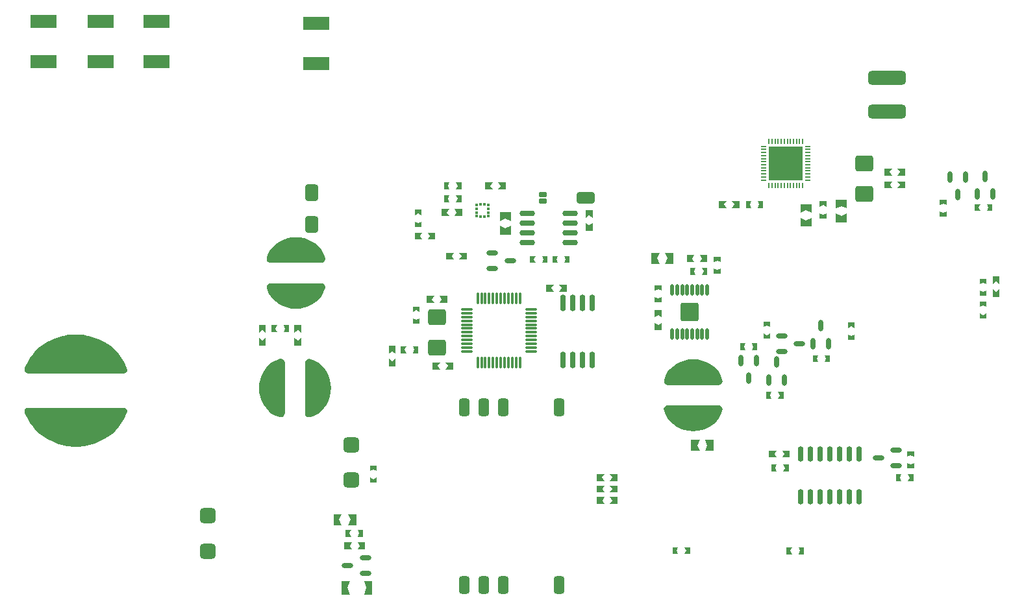
<source format=gtp>
G04*
G04 #@! TF.GenerationSoftware,Altium Limited,Altium Designer,19.1.8 (144)*
G04*
G04 Layer_Color=8421504*
%FSLAX24Y24*%
%MOIN*%
G70*
G01*
G75*
G04:AMPARAMS|DCode=18|XSize=96.5mil|YSize=90.6mil|CornerRadius=9.1mil|HoleSize=0mil|Usage=FLASHONLY|Rotation=90.000|XOffset=0mil|YOffset=0mil|HoleType=Round|Shape=RoundedRectangle|*
%AMROUNDEDRECTD18*
21,1,0.0965,0.0724,0,0,90.0*
21,1,0.0783,0.0906,0,0,90.0*
1,1,0.0181,0.0362,0.0392*
1,1,0.0181,0.0362,-0.0392*
1,1,0.0181,-0.0362,-0.0392*
1,1,0.0181,-0.0362,0.0392*
%
%ADD18ROUNDEDRECTD18*%
%ADD19O,0.0295X0.0800*%
%ADD20O,0.0591X0.0281*%
G04:AMPARAMS|DCode=21|XSize=194.9mil|YSize=70.9mil|CornerRadius=17.7mil|HoleSize=0mil|Usage=FLASHONLY|Rotation=0.000|XOffset=0mil|YOffset=0mil|HoleType=Round|Shape=RoundedRectangle|*
%AMROUNDEDRECTD21*
21,1,0.1949,0.0354,0,0,0.0*
21,1,0.1594,0.0709,0,0,0.0*
1,1,0.0354,0.0797,-0.0177*
1,1,0.0354,-0.0797,-0.0177*
1,1,0.0354,-0.0797,0.0177*
1,1,0.0354,0.0797,0.0177*
%
%ADD21ROUNDEDRECTD21*%
G04:AMPARAMS|DCode=22|XSize=90.6mil|YSize=55.1mil|CornerRadius=13.8mil|HoleSize=0mil|Usage=FLASHONLY|Rotation=90.000|XOffset=0mil|YOffset=0mil|HoleType=Round|Shape=RoundedRectangle|*
%AMROUNDEDRECTD22*
21,1,0.0906,0.0276,0,0,90.0*
21,1,0.0630,0.0551,0,0,90.0*
1,1,0.0276,0.0138,0.0315*
1,1,0.0276,0.0138,-0.0315*
1,1,0.0276,-0.0138,-0.0315*
1,1,0.0276,-0.0138,0.0315*
%
%ADD22ROUNDEDRECTD22*%
G04:AMPARAMS|DCode=23|XSize=82.7mil|YSize=78.7mil|CornerRadius=19.7mil|HoleSize=0mil|Usage=FLASHONLY|Rotation=0.000|XOffset=0mil|YOffset=0mil|HoleType=Round|Shape=RoundedRectangle|*
%AMROUNDEDRECTD23*
21,1,0.0827,0.0394,0,0,0.0*
21,1,0.0433,0.0787,0,0,0.0*
1,1,0.0394,0.0217,-0.0197*
1,1,0.0394,-0.0217,-0.0197*
1,1,0.0394,-0.0217,0.0197*
1,1,0.0394,0.0217,0.0197*
%
%ADD23ROUNDEDRECTD23*%
%ADD24O,0.0281X0.0591*%
%ADD25R,0.0118X0.0157*%
%ADD26R,0.0157X0.0118*%
%ADD27R,0.1339X0.0709*%
%ADD28O,0.0177X0.0591*%
%ADD29R,0.1732X0.1732*%
%ADD30R,0.0079X0.0276*%
%ADD31R,0.0276X0.0079*%
%ADD32O,0.0630X0.0118*%
%ADD33O,0.0118X0.0630*%
G04:AMPARAMS|DCode=34|XSize=94.5mil|YSize=59.1mil|CornerRadius=14.8mil|HoleSize=0mil|Usage=FLASHONLY|Rotation=0.000|XOffset=0mil|YOffset=0mil|HoleType=Round|Shape=RoundedRectangle|*
%AMROUNDEDRECTD34*
21,1,0.0945,0.0295,0,0,0.0*
21,1,0.0650,0.0591,0,0,0.0*
1,1,0.0295,0.0325,-0.0148*
1,1,0.0295,-0.0325,-0.0148*
1,1,0.0295,-0.0325,0.0148*
1,1,0.0295,0.0325,0.0148*
%
%ADD34ROUNDEDRECTD34*%
G04:AMPARAMS|DCode=35|XSize=43.3mil|YSize=23.6mil|CornerRadius=5.9mil|HoleSize=0mil|Usage=FLASHONLY|Rotation=0.000|XOffset=0mil|YOffset=0mil|HoleType=Round|Shape=RoundedRectangle|*
%AMROUNDEDRECTD35*
21,1,0.0433,0.0118,0,0,0.0*
21,1,0.0315,0.0236,0,0,0.0*
1,1,0.0118,0.0157,-0.0059*
1,1,0.0118,-0.0157,-0.0059*
1,1,0.0118,-0.0157,0.0059*
1,1,0.0118,0.0157,0.0059*
%
%ADD35ROUNDEDRECTD35*%
%ADD36O,0.0800X0.0295*%
%ADD37O,0.0295X0.0850*%
G04:AMPARAMS|DCode=38|XSize=90.6mil|YSize=82.7mil|CornerRadius=12.4mil|HoleSize=0mil|Usage=FLASHONLY|Rotation=0.000|XOffset=0mil|YOffset=0mil|HoleType=Round|Shape=RoundedRectangle|*
%AMROUNDEDRECTD38*
21,1,0.0906,0.0579,0,0,0.0*
21,1,0.0657,0.0827,0,0,0.0*
1,1,0.0248,0.0329,-0.0289*
1,1,0.0248,-0.0329,-0.0289*
1,1,0.0248,-0.0329,0.0289*
1,1,0.0248,0.0329,0.0289*
%
%ADD38ROUNDEDRECTD38*%
G04:AMPARAMS|DCode=39|XSize=86.6mil|YSize=68.9mil|CornerRadius=17.2mil|HoleSize=0mil|Usage=FLASHONLY|Rotation=90.000|XOffset=0mil|YOffset=0mil|HoleType=Round|Shape=RoundedRectangle|*
%AMROUNDEDRECTD39*
21,1,0.0866,0.0344,0,0,90.0*
21,1,0.0522,0.0689,0,0,90.0*
1,1,0.0344,0.0172,0.0261*
1,1,0.0344,0.0172,-0.0261*
1,1,0.0344,-0.0172,-0.0261*
1,1,0.0344,-0.0172,0.0261*
%
%ADD39ROUNDEDRECTD39*%
G36*
X20659Y19970D02*
X20482Y20049D01*
X20305Y19970D01*
Y20246D01*
X20659D01*
Y19970D01*
D02*
G37*
G36*
Y19360D02*
X20305D01*
Y19636D01*
X20482Y19557D01*
X20659Y19636D01*
Y19360D01*
D02*
G37*
G36*
X20581Y18898D02*
X20699Y18720D01*
X20305D01*
Y19075D01*
X20699D01*
X20581Y18898D01*
D02*
G37*
G36*
X14435Y18826D02*
X14653Y18781D01*
X14864Y18709D01*
X15063Y18608D01*
X15247Y18483D01*
X15412Y18334D01*
X15415Y18331D01*
X15520Y18205D01*
X15604Y18063D01*
X15666Y17910D01*
X15707Y17776D01*
X15716Y17703D01*
X15697Y17632D01*
X15654Y17573D01*
X15592Y17534D01*
X15519Y17520D01*
X12914D01*
X12839Y17535D01*
X12775Y17575D01*
X12731Y17636D01*
X12711Y17709D01*
X12720Y17784D01*
X12761Y17914D01*
X12821Y18064D01*
X12904Y18204D01*
X13008Y18329D01*
X13013Y18334D01*
X13178Y18483D01*
X13362Y18608D01*
X13561Y18709D01*
X13772Y18781D01*
X13990Y18826D01*
X14213Y18840D01*
X14435Y18826D01*
D02*
G37*
G36*
X15586Y16461D02*
X15650Y16421D01*
X15694Y16360D01*
X15714Y16287D01*
X15705Y16212D01*
X15665Y16083D01*
X15604Y15932D01*
X15521Y15792D01*
X15417Y15667D01*
X15412Y15662D01*
X15247Y15513D01*
X15063Y15388D01*
X14864Y15287D01*
X14653Y15215D01*
X14435Y15170D01*
X14213Y15156D01*
X13990Y15170D01*
X13772Y15215D01*
X13561Y15287D01*
X13362Y15388D01*
X13178Y15513D01*
X13013Y15662D01*
X13011Y15665D01*
X12905Y15791D01*
X12821Y15933D01*
X12760Y16086D01*
X12718Y16220D01*
X12709Y16293D01*
X12728Y16364D01*
X12772Y16423D01*
X12834Y16462D01*
X12906Y16476D01*
X15511D01*
X15586Y16461D01*
D02*
G37*
G36*
X20561Y15000D02*
X20384Y15079D01*
X20207Y15000D01*
Y15275D01*
X20561D01*
Y15000D01*
D02*
G37*
G36*
Y14390D02*
X20207D01*
Y14665D01*
X20384Y14587D01*
X20561Y14665D01*
Y14390D01*
D02*
G37*
G36*
X13848Y13957D02*
X13573D01*
X13651Y14134D01*
X13573Y14311D01*
X13848D01*
Y13957D01*
D02*
G37*
G36*
X13159Y14134D02*
X13238Y13957D01*
X12963D01*
Y14311D01*
X13238D01*
X13159Y14134D01*
D02*
G37*
G36*
X12667Y13937D02*
X12490Y14055D01*
X12313Y13937D01*
Y14331D01*
X12667D01*
Y13937D01*
D02*
G37*
G36*
X14488Y13937D02*
X14311Y14055D01*
X14134Y13937D01*
Y14331D01*
X14488D01*
Y13937D01*
D02*
G37*
G36*
X12667Y13268D02*
X12313D01*
Y13661D01*
X12490Y13543D01*
X12667Y13661D01*
Y13268D01*
D02*
G37*
G36*
X14488Y13268D02*
X14134D01*
Y13661D01*
X14311Y13543D01*
X14488Y13661D01*
Y13268D01*
D02*
G37*
G36*
X20482Y12874D02*
X20207D01*
X20285Y13051D01*
X20207Y13228D01*
X20482D01*
Y12874D01*
D02*
G37*
G36*
X19794Y13051D02*
X19872Y12874D01*
X19597D01*
Y13228D01*
X19872D01*
X19794Y13051D01*
D02*
G37*
G36*
X19331Y12854D02*
X19154Y12972D01*
X18976Y12854D01*
Y13248D01*
X19331D01*
Y12854D01*
D02*
G37*
G36*
Y12185D02*
X18976D01*
Y12579D01*
X19154Y12461D01*
X19331Y12579D01*
Y12185D01*
D02*
G37*
G36*
X3290Y13812D02*
X3537Y13769D01*
X3586Y13758D01*
X3795Y13702D01*
X3999Y13627D01*
X4147Y13566D01*
X4370Y13459D01*
X4580Y13331D01*
X4776Y13182D01*
X4957Y13014D01*
X5119Y12829D01*
X5261Y12628D01*
X5383Y12413D01*
X5534Y12111D01*
X5554Y12038D01*
X5543Y11963D01*
X5503Y11899D01*
X5441Y11856D01*
X5368Y11841D01*
X459D01*
X385Y11856D01*
X324Y11899D01*
X284Y11963D01*
X273Y12038D01*
X292Y12111D01*
X445Y12415D01*
X566Y12629D01*
X708Y12830D01*
X870Y13015D01*
X1050Y13182D01*
X1246Y13331D01*
X1456Y13459D01*
X1678Y13565D01*
X1820Y13624D01*
X2032Y13701D01*
X2250Y13760D01*
X2289Y13769D01*
X2537Y13812D01*
X2788Y13834D01*
X3039D01*
X3290Y13812D01*
D02*
G37*
G36*
X13529Y12567D02*
X13588Y12524D01*
X13627Y12462D01*
X13641Y12390D01*
Y9784D01*
X13627Y9710D01*
X13587Y9646D01*
X13526Y9601D01*
X13453Y9581D01*
X13377Y9590D01*
X13248Y9631D01*
X13097Y9691D01*
X12957Y9774D01*
X12832Y9878D01*
X12828Y9883D01*
X12679Y10049D01*
X12553Y10232D01*
X12453Y10431D01*
X12380Y10642D01*
X12336Y10860D01*
X12321Y11083D01*
X12336Y11305D01*
X12380Y11523D01*
X12453Y11734D01*
X12553Y11933D01*
X12679Y12117D01*
X12828Y12282D01*
X12830Y12285D01*
X12957Y12390D01*
X13098Y12474D01*
X13251Y12536D01*
X13385Y12578D01*
X13458Y12586D01*
X13529Y12567D01*
D02*
G37*
G36*
X14949Y12575D02*
X15079Y12535D01*
X15230Y12474D01*
X15369Y12391D01*
X15494Y12287D01*
X15499Y12282D01*
X15648Y12117D01*
X15774Y11933D01*
X15874Y11734D01*
X15947Y11523D01*
X15991Y11305D01*
X16006Y11083D01*
X15991Y10860D01*
X15947Y10642D01*
X15874Y10431D01*
X15774Y10232D01*
X15648Y10048D01*
X15499Y9883D01*
X15497Y9881D01*
X15370Y9775D01*
X15229Y9691D01*
X15076Y9630D01*
X14942Y9588D01*
X14869Y9579D01*
X14798Y9598D01*
X14739Y9642D01*
X14700Y9704D01*
X14686Y9776D01*
Y12382D01*
X14700Y12456D01*
X14740Y12520D01*
X14801Y12565D01*
X14874Y12584D01*
X14949Y12575D01*
D02*
G37*
G36*
X5441Y10054D02*
X5503Y10010D01*
X5543Y9946D01*
X5554Y9872D01*
X5534Y9799D01*
X5382Y9495D01*
X5261Y9280D01*
X5119Y9080D01*
X4957Y8895D01*
X4777Y8727D01*
X4581Y8578D01*
X4371Y8450D01*
X4149Y8344D01*
X4007Y8285D01*
X3795Y8208D01*
X3577Y8149D01*
X3537Y8141D01*
X3290Y8097D01*
X3039Y8075D01*
X2788D01*
X2537Y8097D01*
X2290Y8141D01*
X2241Y8151D01*
X2031Y8208D01*
X1828Y8282D01*
X1679Y8344D01*
X1457Y8450D01*
X1247Y8578D01*
X1050Y8727D01*
X870Y8895D01*
X708Y9081D01*
X565Y9282D01*
X444Y9496D01*
X292Y9799D01*
X273Y9872D01*
X284Y9946D01*
X324Y10010D01*
X385Y10054D01*
X459Y10069D01*
X5368D01*
X5441Y10054D01*
D02*
G37*
G36*
X18366Y6821D02*
X18189Y6899D01*
X18012Y6821D01*
Y7096D01*
X18366D01*
Y6821D01*
D02*
G37*
G36*
Y6211D02*
X18012D01*
Y6486D01*
X18189Y6407D01*
X18366Y6486D01*
Y6211D01*
D02*
G37*
G36*
X17313Y4035D02*
X16900D01*
X17028Y4311D01*
X16900Y4587D01*
X17313D01*
Y4035D01*
D02*
G37*
G36*
X16437Y4311D02*
X16565Y4035D01*
X16152D01*
Y4587D01*
X16565D01*
X16437Y4311D01*
D02*
G37*
G36*
X17648Y3435D02*
X17372D01*
X17451Y3612D01*
X17372Y3789D01*
X17648D01*
Y3435D01*
D02*
G37*
G36*
X16959Y3612D02*
X17038Y3435D01*
X16762D01*
Y3789D01*
X17038D01*
X16959Y3612D01*
D02*
G37*
G36*
X17766Y2795D02*
X17372D01*
X17490Y2972D01*
X17372Y3150D01*
X17766D01*
Y2795D01*
D02*
G37*
G36*
X16978Y2972D02*
X17096Y2795D01*
X16703D01*
Y3150D01*
X17096D01*
X16978Y2972D01*
D02*
G37*
G36*
X18120Y472D02*
X17707D01*
X17825Y817D01*
X17707Y1161D01*
X18120D01*
Y472D01*
D02*
G37*
G36*
X16860Y817D02*
X16978Y472D01*
X16565D01*
Y1161D01*
X16978D01*
X16860Y817D01*
D02*
G37*
G36*
X22707Y21299D02*
X22431D01*
X22510Y21476D01*
X22431Y21654D01*
X22707D01*
Y21299D01*
D02*
G37*
G36*
X22018Y21476D02*
X22097Y21299D01*
X21821D01*
Y21654D01*
X22097D01*
X22018Y21476D01*
D02*
G37*
G36*
X24980Y21289D02*
X24587D01*
X24705Y21467D01*
X24587Y21644D01*
X24980D01*
Y21289D01*
D02*
G37*
G36*
X24193Y21467D02*
X24311Y21289D01*
X23917D01*
Y21644D01*
X24311D01*
X24193Y21467D01*
D02*
G37*
G36*
X22707Y20640D02*
X22431D01*
X22510Y20817D01*
X22431Y20994D01*
X22707D01*
Y20640D01*
D02*
G37*
G36*
X22018Y20817D02*
X22097Y20640D01*
X21821D01*
Y20994D01*
X22097D01*
X22018Y20817D01*
D02*
G37*
G36*
X22746Y19931D02*
X22352D01*
X22470Y20108D01*
X22352Y20285D01*
X22746D01*
Y19931D01*
D02*
G37*
G36*
X21959Y20108D02*
X22077Y19931D01*
X21683D01*
Y20285D01*
X22077D01*
X21959Y20108D01*
D02*
G37*
G36*
X29439Y19843D02*
X29262Y19961D01*
X29085Y19843D01*
Y20236D01*
X29439D01*
Y19843D01*
D02*
G37*
G36*
X25256Y19675D02*
X24970Y19803D01*
X24685Y19675D01*
Y20128D01*
X25256D01*
Y19675D01*
D02*
G37*
G36*
X29439Y19173D02*
X29085D01*
Y19567D01*
X29262Y19449D01*
X29439Y19567D01*
Y19173D01*
D02*
G37*
G36*
X25256Y18967D02*
X24685D01*
Y19419D01*
X24970Y19291D01*
X25256Y19419D01*
Y18967D01*
D02*
G37*
G36*
X21368Y18720D02*
X20974D01*
X21093Y18898D01*
X20974Y19075D01*
X21368D01*
Y18720D01*
D02*
G37*
G36*
X22992Y17687D02*
X22598D01*
X22717Y17864D01*
X22598Y18041D01*
X22992D01*
Y17687D01*
D02*
G37*
G36*
X22205Y17864D02*
X22323Y17687D01*
X21929D01*
Y18041D01*
X22323D01*
X22205Y17864D01*
D02*
G37*
G36*
X28268Y17510D02*
X27992D01*
X28071Y17687D01*
X27992Y17864D01*
X28268D01*
Y17510D01*
D02*
G37*
G36*
X27579Y17687D02*
X27658Y17510D01*
X27382D01*
Y17864D01*
X27658D01*
X27579Y17687D01*
D02*
G37*
G36*
X27116Y17510D02*
X26840D01*
X26919Y17687D01*
X26840Y17864D01*
X27116D01*
Y17510D01*
D02*
G37*
G36*
X26427Y17687D02*
X26506Y17510D01*
X26230D01*
Y17864D01*
X26506D01*
X26427Y17687D01*
D02*
G37*
G36*
X28120Y16043D02*
X27726D01*
X27844Y16220D01*
X27726Y16398D01*
X28120D01*
Y16043D01*
D02*
G37*
G36*
X27333Y16220D02*
X27451Y16043D01*
X27057D01*
Y16398D01*
X27451D01*
X27333Y16220D01*
D02*
G37*
G36*
X21978Y15463D02*
X21585D01*
X21703Y15640D01*
X21585Y15817D01*
X21978D01*
Y15463D01*
D02*
G37*
G36*
X21191Y15640D02*
X21309Y15463D01*
X20915D01*
Y15817D01*
X21309D01*
X21191Y15640D01*
D02*
G37*
G36*
X22283Y12037D02*
X21890D01*
X22008Y12215D01*
X21890Y12392D01*
X22283D01*
Y12037D01*
D02*
G37*
G36*
X21496Y12215D02*
X21614Y12037D01*
X21220D01*
Y12392D01*
X21614D01*
X21496Y12215D01*
D02*
G37*
G36*
X30719Y6309D02*
X30325D01*
X30443Y6486D01*
X30325Y6663D01*
X30719D01*
Y6309D01*
D02*
G37*
G36*
X29931Y6486D02*
X30049Y6309D01*
X29656D01*
Y6663D01*
X30049D01*
X29931Y6486D01*
D02*
G37*
G36*
X30728Y5719D02*
X30335D01*
X30453Y5896D01*
X30335Y6073D01*
X30728D01*
Y5719D01*
D02*
G37*
G36*
X29941Y5896D02*
X30059Y5719D01*
X29665D01*
Y6073D01*
X30059D01*
X29941Y5896D01*
D02*
G37*
G36*
X30728Y5128D02*
X30335D01*
X30453Y5305D01*
X30335Y5482D01*
X30728D01*
Y5128D01*
D02*
G37*
G36*
X29941Y5305D02*
X30059Y5128D01*
X29665D01*
Y5482D01*
X30059D01*
X29941Y5305D01*
D02*
G37*
G36*
X45482Y22008D02*
X45089D01*
X45207Y22185D01*
X45089Y22362D01*
X45482D01*
Y22008D01*
D02*
G37*
G36*
X44695Y22185D02*
X44813Y22008D01*
X44419D01*
Y22362D01*
X44813D01*
X44695Y22185D01*
D02*
G37*
G36*
X45492Y21348D02*
X45098D01*
X45217Y21526D01*
X45098Y21703D01*
X45492D01*
Y21348D01*
D02*
G37*
G36*
X44705Y21526D02*
X44823Y21348D01*
X44429D01*
Y21703D01*
X44823D01*
X44705Y21526D01*
D02*
G37*
G36*
X47618Y20492D02*
X47441Y20571D01*
X47264Y20492D01*
Y20768D01*
X47618D01*
Y20492D01*
D02*
G37*
G36*
X41457Y20403D02*
X41280Y20482D01*
X41102Y20403D01*
Y20679D01*
X41457D01*
Y20403D01*
D02*
G37*
G36*
X38199Y20335D02*
X37923D01*
X38002Y20512D01*
X37923Y20689D01*
X38199D01*
Y20335D01*
D02*
G37*
G36*
X37510Y20512D02*
X37589Y20335D01*
X37313D01*
Y20689D01*
X37589D01*
X37510Y20512D01*
D02*
G37*
G36*
X36988Y20335D02*
X36594D01*
X36713Y20512D01*
X36594Y20689D01*
X36988D01*
Y20335D01*
D02*
G37*
G36*
X36201Y20512D02*
X36319Y20335D01*
X35925D01*
Y20689D01*
X36319D01*
X36201Y20512D01*
D02*
G37*
G36*
X42490Y20315D02*
X42205Y20443D01*
X41919Y20315D01*
Y20768D01*
X42490D01*
Y20315D01*
D02*
G37*
G36*
X49951Y20187D02*
X49675D01*
X49754Y20364D01*
X49675Y20541D01*
X49951D01*
Y20187D01*
D02*
G37*
G36*
X49262Y20364D02*
X49341Y20187D01*
X49065D01*
Y20541D01*
X49341D01*
X49262Y20364D01*
D02*
G37*
G36*
X40679Y20089D02*
X40394Y20217D01*
X40108Y20089D01*
Y20541D01*
X40679D01*
Y20089D01*
D02*
G37*
G36*
X47618Y19882D02*
X47264D01*
Y20158D01*
X47441Y20079D01*
X47618Y20158D01*
Y19882D01*
D02*
G37*
G36*
X41457Y19793D02*
X41102D01*
Y20069D01*
X41280Y19990D01*
X41457Y20069D01*
Y19793D01*
D02*
G37*
G36*
X42490Y19606D02*
X41919D01*
Y20059D01*
X42205Y19931D01*
X42490Y20059D01*
Y19606D01*
D02*
G37*
G36*
X40679Y19380D02*
X40108D01*
Y19833D01*
X40394Y19705D01*
X40679Y19833D01*
Y19380D01*
D02*
G37*
G36*
X35335Y17559D02*
X34941D01*
X35059Y17736D01*
X34941Y17913D01*
X35335D01*
Y17559D01*
D02*
G37*
G36*
X34547Y17736D02*
X34665Y17559D01*
X34272D01*
Y17913D01*
X34665D01*
X34547Y17736D01*
D02*
G37*
G36*
X36024Y17559D02*
X35846Y17638D01*
X35669Y17559D01*
Y17834D01*
X36024D01*
Y17559D01*
D02*
G37*
G36*
X33602Y17461D02*
X33150D01*
X33278Y17746D01*
X33150Y18032D01*
X33602D01*
Y17461D01*
D02*
G37*
G36*
X32766Y17746D02*
X32894Y17461D01*
X32441D01*
Y18032D01*
X32894D01*
X32766Y17746D01*
D02*
G37*
G36*
X36024Y16949D02*
X35669D01*
Y17224D01*
X35846Y17146D01*
X36024Y17224D01*
Y16949D01*
D02*
G37*
G36*
X35335Y16909D02*
X35059D01*
X35138Y17087D01*
X35059Y17264D01*
X35335D01*
Y16909D01*
D02*
G37*
G36*
X34646Y17087D02*
X34725Y16909D01*
X34449D01*
Y17264D01*
X34725D01*
X34646Y17087D01*
D02*
G37*
G36*
X50335Y16427D02*
X50157Y16545D01*
X49980Y16427D01*
Y16821D01*
X50335D01*
Y16427D01*
D02*
G37*
G36*
X49665Y16427D02*
X49488Y16506D01*
X49311Y16427D01*
Y16703D01*
X49665D01*
Y16427D01*
D02*
G37*
G36*
X32982Y16092D02*
X32805Y16171D01*
X32628Y16092D01*
Y16368D01*
X32982D01*
Y16092D01*
D02*
G37*
G36*
X50335Y15758D02*
X49980D01*
Y16152D01*
X50157Y16033D01*
X50335Y16152D01*
Y15758D01*
D02*
G37*
G36*
X49665Y15817D02*
X49311D01*
Y16093D01*
X49488Y16014D01*
X49665Y16093D01*
Y15817D01*
D02*
G37*
G36*
X32982Y15482D02*
X32628D01*
Y15758D01*
X32805Y15679D01*
X32982Y15758D01*
Y15482D01*
D02*
G37*
G36*
X49665Y15256D02*
X49488Y15335D01*
X49311Y15256D01*
Y15531D01*
X49665D01*
Y15256D01*
D02*
G37*
G36*
Y14646D02*
X49311D01*
Y14921D01*
X49488Y14843D01*
X49665Y14921D01*
Y14646D01*
D02*
G37*
G36*
X32982Y14715D02*
X32805Y14833D01*
X32628Y14715D01*
Y15108D01*
X32982D01*
Y14715D01*
D02*
G37*
G36*
Y14045D02*
X32628D01*
Y14439D01*
X32805Y14321D01*
X32982Y14439D01*
Y14045D01*
D02*
G37*
G36*
X38563Y14222D02*
X38386Y14301D01*
X38209Y14222D01*
Y14498D01*
X38563D01*
Y14222D01*
D02*
G37*
G36*
X42894Y14173D02*
X42717Y14252D01*
X42539Y14173D01*
Y14449D01*
X42894D01*
Y14173D01*
D02*
G37*
G36*
X38563Y13612D02*
X38209D01*
Y13888D01*
X38386Y13809D01*
X38563Y13888D01*
Y13612D01*
D02*
G37*
G36*
X42894Y13563D02*
X42539D01*
Y13839D01*
X42717Y13760D01*
X42894Y13839D01*
Y13563D01*
D02*
G37*
G36*
X37894Y13032D02*
X37618D01*
X37697Y13209D01*
X37618Y13386D01*
X37894D01*
Y13032D01*
D02*
G37*
G36*
X37205Y13209D02*
X37284Y13032D01*
X37008D01*
Y13386D01*
X37284D01*
X37205Y13209D01*
D02*
G37*
G36*
X41634Y12421D02*
X41358D01*
X41437Y12598D01*
X41358Y12776D01*
X41634D01*
Y12421D01*
D02*
G37*
G36*
X40945Y12598D02*
X41024Y12421D01*
X40748D01*
Y12776D01*
X41024D01*
X40945Y12598D01*
D02*
G37*
G36*
X34829Y12546D02*
X35047Y12502D01*
X35258Y12429D01*
X35457Y12329D01*
X35640Y12203D01*
X35806Y12054D01*
X35808Y12052D01*
X35914Y11925D01*
X35998Y11784D01*
X36059Y11631D01*
X36101Y11497D01*
X36110Y11424D01*
X36091Y11353D01*
X36047Y11294D01*
X35985Y11255D01*
X35913Y11241D01*
X33307D01*
X33233Y11255D01*
X33169Y11295D01*
X33124Y11356D01*
X33105Y11429D01*
X33114Y11504D01*
X33154Y11634D01*
X33215Y11785D01*
X33298Y11924D01*
X33402Y12049D01*
X33407Y12054D01*
X33572Y12203D01*
X33756Y12329D01*
X33955Y12429D01*
X34166Y12502D01*
X34384Y12546D01*
X34606Y12561D01*
X34829Y12546D01*
D02*
G37*
G36*
X39242Y10532D02*
X38966D01*
X39045Y10709D01*
X38966Y10886D01*
X39242D01*
Y10532D01*
D02*
G37*
G36*
X38553Y10709D02*
X38632Y10532D01*
X38356D01*
Y10886D01*
X38632D01*
X38553Y10709D01*
D02*
G37*
G36*
X35979Y10182D02*
X36043Y10142D01*
X36088Y10081D01*
X36108Y10008D01*
X36099Y9933D01*
X36058Y9803D01*
X35998Y9652D01*
X35914Y9513D01*
X35811Y9388D01*
X35806Y9383D01*
X35640Y9234D01*
X35457Y9108D01*
X35258Y9008D01*
X35047Y8935D01*
X34829Y8891D01*
X34606Y8876D01*
X34384Y8891D01*
X34166Y8935D01*
X33955Y9008D01*
X33756Y9108D01*
X33572Y9234D01*
X33407Y9383D01*
X33404Y9385D01*
X33299Y9512D01*
X33215Y9653D01*
X33153Y9806D01*
X33111Y9940D01*
X33103Y10013D01*
X33122Y10084D01*
X33165Y10143D01*
X33227Y10182D01*
X33299Y10196D01*
X35905D01*
X35979Y10182D01*
D02*
G37*
G36*
X35659Y7854D02*
X35207D01*
X35335Y8140D01*
X35207Y8425D01*
X35659D01*
Y7854D01*
D02*
G37*
G36*
X34823Y8140D02*
X34951Y7854D01*
X34498D01*
Y8425D01*
X34951D01*
X34823Y8140D01*
D02*
G37*
G36*
X45945Y7559D02*
X45768Y7638D01*
X45591Y7559D01*
Y7835D01*
X45945D01*
Y7559D01*
D02*
G37*
G36*
X39567Y7520D02*
X39173D01*
X39291Y7697D01*
X39173Y7874D01*
X39567D01*
Y7520D01*
D02*
G37*
G36*
X38780Y7697D02*
X38898Y7520D01*
X38504D01*
Y7874D01*
X38898D01*
X38780Y7697D01*
D02*
G37*
G36*
X45945Y6949D02*
X45591D01*
Y7225D01*
X45768Y7146D01*
X45945Y7225D01*
Y6949D01*
D02*
G37*
G36*
X39508Y6791D02*
X39232D01*
X39311Y6969D01*
X39232Y7146D01*
X39508D01*
Y6791D01*
D02*
G37*
G36*
X38819Y6969D02*
X38898Y6791D01*
X38622D01*
Y7146D01*
X38898D01*
X38819Y6969D01*
D02*
G37*
G36*
X45906Y6289D02*
X45630D01*
X45709Y6467D01*
X45630Y6644D01*
X45906D01*
Y6289D01*
D02*
G37*
G36*
X45217Y6467D02*
X45296Y6289D01*
X45020D01*
Y6644D01*
X45296D01*
X45217Y6467D01*
D02*
G37*
G36*
X34439Y2549D02*
X34163D01*
X34242Y2726D01*
X34163Y2904D01*
X34439D01*
Y2549D01*
D02*
G37*
G36*
X33750Y2726D02*
X33829Y2549D01*
X33553D01*
Y2904D01*
X33829D01*
X33750Y2726D01*
D02*
G37*
G36*
X40285Y2539D02*
X40010D01*
X40089Y2717D01*
X40010Y2894D01*
X40285D01*
Y2539D01*
D02*
G37*
G36*
X39597Y2717D02*
X39675Y2539D01*
X39400D01*
Y2894D01*
X39675D01*
X39597Y2717D01*
D02*
G37*
D18*
X34429Y15000D02*
D03*
D19*
X40124Y5492D02*
D03*
X40624D02*
D03*
X40124Y7692D02*
D03*
X40624D02*
D03*
X43124Y5492D02*
D03*
X41624D02*
D03*
X42124D02*
D03*
X42624D02*
D03*
X43124Y7692D02*
D03*
X41624D02*
D03*
X42124D02*
D03*
X42624D02*
D03*
X41124Y5492D02*
D03*
Y7692D02*
D03*
D20*
X45025Y7077D02*
D03*
Y7877D02*
D03*
X44115Y7477D02*
D03*
X17780Y2375D02*
D03*
Y1575D02*
D03*
X16870Y1975D02*
D03*
X25206Y17612D02*
D03*
X24296Y17212D02*
D03*
Y18012D02*
D03*
X40069Y13360D02*
D03*
X39159Y12960D02*
D03*
Y13760D02*
D03*
D21*
X44547Y27018D02*
D03*
Y25285D02*
D03*
D22*
X27726Y955D02*
D03*
X23844D02*
D03*
X24844D02*
D03*
X27726Y10089D02*
D03*
X23844D02*
D03*
X24844D02*
D03*
X22844Y955D02*
D03*
Y10089D02*
D03*
D23*
X17057Y6348D02*
D03*
Y8159D02*
D03*
X9685Y4518D02*
D03*
Y2707D02*
D03*
D24*
X48583Y21938D02*
D03*
X47783D02*
D03*
X48183Y21028D02*
D03*
X49193Y21048D02*
D03*
X49993D02*
D03*
X49593Y21958D02*
D03*
X38884Y12411D02*
D03*
X39284Y11501D02*
D03*
X38484D02*
D03*
X37454Y11585D02*
D03*
X37054Y12495D02*
D03*
X37854D02*
D03*
X41148Y14281D02*
D03*
X41548Y13371D02*
D03*
X40748D02*
D03*
D25*
X23691Y20522D02*
D03*
X23888D02*
D03*
Y19892D02*
D03*
X23691D02*
D03*
D26*
X24104Y20502D02*
D03*
Y20305D02*
D03*
Y20108D02*
D03*
Y19911D02*
D03*
X23474D02*
D03*
Y20108D02*
D03*
Y20305D02*
D03*
Y20502D02*
D03*
D27*
X15256Y27766D02*
D03*
Y29813D02*
D03*
X7067Y27874D02*
D03*
Y29921D02*
D03*
X4193Y27874D02*
D03*
Y29921D02*
D03*
X1240Y27874D02*
D03*
Y29921D02*
D03*
D28*
X33533Y16142D02*
D03*
X33789D02*
D03*
X34045D02*
D03*
X34301D02*
D03*
X34557D02*
D03*
X34813D02*
D03*
X35069D02*
D03*
X35325D02*
D03*
Y13858D02*
D03*
X35069D02*
D03*
X34813D02*
D03*
X34557D02*
D03*
X34301D02*
D03*
X34045D02*
D03*
X33789D02*
D03*
X33533D02*
D03*
D29*
X39360Y22638D02*
D03*
D30*
X40226Y23770D02*
D03*
X40069D02*
D03*
X39911D02*
D03*
X39754D02*
D03*
X39596D02*
D03*
X39439D02*
D03*
X39281D02*
D03*
X39124D02*
D03*
X38967D02*
D03*
X38809D02*
D03*
X38652D02*
D03*
X38494D02*
D03*
Y21506D02*
D03*
X38652D02*
D03*
X38809D02*
D03*
X38967D02*
D03*
X39124D02*
D03*
X39281D02*
D03*
X39439D02*
D03*
X39596D02*
D03*
X39754D02*
D03*
X39911D02*
D03*
X40069D02*
D03*
X40226D02*
D03*
D31*
X38228Y23504D02*
D03*
Y23346D02*
D03*
Y23189D02*
D03*
Y23031D02*
D03*
Y22874D02*
D03*
Y22717D02*
D03*
Y22559D02*
D03*
Y22402D02*
D03*
Y22244D02*
D03*
Y22087D02*
D03*
Y21929D02*
D03*
Y21772D02*
D03*
X40492D02*
D03*
Y21929D02*
D03*
Y22087D02*
D03*
Y22244D02*
D03*
Y22402D02*
D03*
Y22559D02*
D03*
Y22717D02*
D03*
Y22874D02*
D03*
Y23031D02*
D03*
Y23189D02*
D03*
Y23346D02*
D03*
Y23504D02*
D03*
D32*
X22972Y13947D02*
D03*
Y14144D02*
D03*
Y14341D02*
D03*
Y14537D02*
D03*
Y14734D02*
D03*
Y14931D02*
D03*
Y15128D02*
D03*
Y12963D02*
D03*
Y13159D02*
D03*
Y13356D02*
D03*
Y13553D02*
D03*
Y13750D02*
D03*
X26280Y14144D02*
D03*
Y13947D02*
D03*
Y15128D02*
D03*
Y14931D02*
D03*
Y14734D02*
D03*
Y14537D02*
D03*
Y14341D02*
D03*
Y13750D02*
D03*
Y13553D02*
D03*
Y13356D02*
D03*
Y13159D02*
D03*
Y12963D02*
D03*
D33*
X25512Y15699D02*
D03*
X25709D02*
D03*
Y12392D02*
D03*
X25512D02*
D03*
X23543Y15699D02*
D03*
X23740D02*
D03*
X23937D02*
D03*
X24134D02*
D03*
X24331D02*
D03*
X24528D02*
D03*
X24724D02*
D03*
X24921D02*
D03*
X25118D02*
D03*
X25315D02*
D03*
Y12392D02*
D03*
X25118D02*
D03*
X24921D02*
D03*
X24724D02*
D03*
X24528D02*
D03*
X24331D02*
D03*
X24134D02*
D03*
X23937D02*
D03*
X23740D02*
D03*
X23543D02*
D03*
D34*
X29075Y20866D02*
D03*
D35*
X26890Y21043D02*
D03*
Y20689D02*
D03*
D36*
X28273Y19045D02*
D03*
X26073D02*
D03*
X28273Y18545D02*
D03*
X26073D02*
D03*
X28273Y20045D02*
D03*
Y19545D02*
D03*
X26073D02*
D03*
Y20045D02*
D03*
D37*
X28929Y15470D02*
D03*
Y12520D02*
D03*
X27929Y15470D02*
D03*
X28429D02*
D03*
X29429D02*
D03*
X27929Y12520D02*
D03*
X28429D02*
D03*
X29429D02*
D03*
D38*
X21457Y14724D02*
D03*
Y13150D02*
D03*
X43396Y21053D02*
D03*
Y22628D02*
D03*
D39*
X15010Y19498D02*
D03*
Y21112D02*
D03*
M02*

</source>
